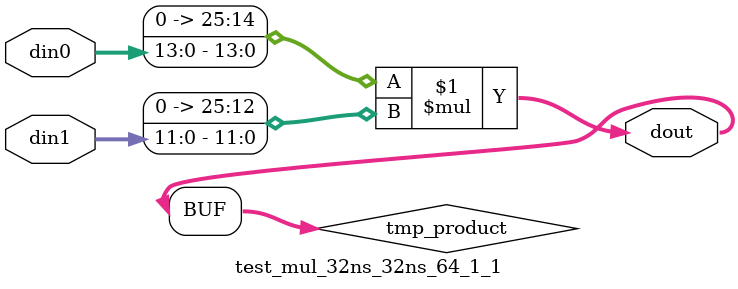
<source format=v>

`timescale 1 ns / 1 ps

  module test_mul_32ns_32ns_64_1_1(din0, din1, dout);
parameter ID = 1;
parameter NUM_STAGE = 0;
parameter din0_WIDTH = 14;
parameter din1_WIDTH = 12;
parameter dout_WIDTH = 26;

input [din0_WIDTH - 1 : 0] din0; 
input [din1_WIDTH - 1 : 0] din1; 
output [dout_WIDTH - 1 : 0] dout;

wire signed [dout_WIDTH - 1 : 0] tmp_product;










assign tmp_product = $signed({1'b0, din0}) * $signed({1'b0, din1});











assign dout = tmp_product;







endmodule

</source>
